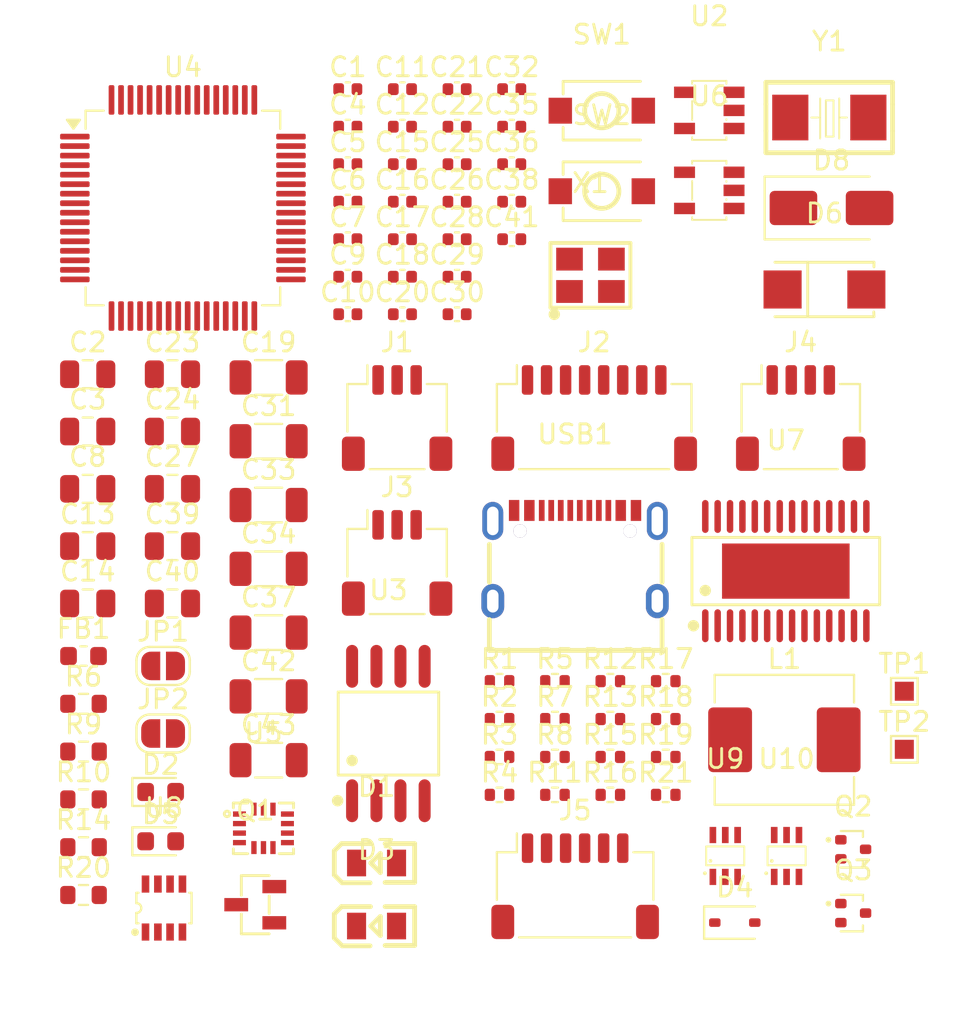
<source format=kicad_pcb>
(kicad_pcb (version 20241229) (generator "pcbnew") (generator_version "9.0")
  (layers (0 "F.Cu" signal) (2 "B.Cu" signal) (13 "F.Paste" user) (15 "B.Paste" user) (5 "F.SilkS" user "F.Silkscreen") (7 "B.SilkS" user "B.Silkscreen") (1 "F.Mask" user) (3 "B.Mask" user) (25 "Edge.Cuts" user))
  (net 0 "")
  (net 1 "Net-(U4-VBAT)")
  (net 2 "VDD")
  (net 3 "Net-(U4-VCAP_2)")
  (net 4 "GND")
  (net 5 "Net-(U4-VCAP_1)")
  (net 6 "Net-(U4-VDDA)")
  (net 7 "Net-(U4-PH1)")
  (net 8 "Net-(U4-PH0)")
  (net 9 "Net-(U4-NRST)")
  (net 10 "+5V")
  (net 11 "Net-(U8-VCC)")
  (net 12 "Net-(U8-SW)")
  (net 13 "Net-(C18-Pad2)")
  (net 14 "LIPO_5V")
  (net 15 "Net-(D6-K)")
  (net 16 "BAT_VOLTAGE")
  (net 17 "BAT_CURR")
  (net 18 "VACC")
  (net 19 "CAM_VID_OUT")
  (net 20 "Net-(U7-VIN)")
  (net 21 "Net-(C33-Pad2)")
  (net 22 "Net-(U7-VOUT)")
  (net 23 "Net-(U7-SAG)")
  (net 24 "Net-(U7-XFB)")
  (net 25 "Net-(U7-CLKIN)")
  (net 26 "USB_5V")
  (net 27 "Net-(D1-A)")
  (net 28 "Net-(D2-A)")
  (net 29 "Net-(D2-K)")
  (net 30 "Net-(D3-A)")
  (net 31 "Net-(D4-A)")
  (net 32 "Net-(D5-K)")
  (net 33 "Net-(D5-A)")
  (net 34 "BAT_POWER")
  (net 35 "VTX_5V")
  (net 36 "VTX_12V")
  (net 37 "MOTOR_4")
  (net 38 "MOTOR_3")
  (net 39 "MOTOR_1")
  (net 40 "MOTOR_2")
  (net 41 "TELEMETRY")
  (net 42 "OSD_VID_OUT")
  (net 43 "Net-(J4-Pin_4)")
  (net 44 "VTX_TX")
  (net 45 "DJI_RX")
  (net 47 "DJI_TX")
  (net 48 "PB13")
  (net 49 "Net-(Q2-B)")
  (net 50 "Net-(Q3-B)")
  (net 51 "Net-(U4-BOOT0)")
  (net 52 "Net-(U8-BST)")
  (net 53 "Net-(R6-Pad1)")
  (net 54 "Net-(U8-FB)")
  (net 55 "Net-(U7-~{RESET})")
  (net 56 "Net-(USB1-CC1)")
  (net 57 "Net-(USB1-CC2)")
  (net 58 "Net-(U10-ST)")
  (net 59 "PB1")
  (net 60 "Net-(U8-EN{slash}SYNC)")
  (net 61 "PB0")
  (net 63 "PB15")
  (net 64 "PB14")
  (net 65 "PB12")
  (net 68 "PA6")
  (net 69 "OSD_SDIN")
  (net 71 "PA4")
  (net 75 "OSD_CS")
  (net 77 "USB_D+")
  (net 81 "PA7")
  (net 85 "OSD_SDOUT")
  (net 87 "USB_D-")
  (net 88 "PA8")
  (net 89 "RECEIVER_RX")
  (net 98 "OSD_CLK")
  (net 99 "RECEIVER_TX")
  (net 100 "PA5")
  (footprint "Capacitor_SMD:C_1206_3216Metric" (layer "F.Cu") (at 94.395 77.72)
    (property "Reference" "C31" (at 0 -1.85 0) (layer "F.SilkS"))
    (property "Value" "22uf")
    (pad "1" smd roundrect (at -1.475 0) (size 1.15 1.8) (layers "F.Cu" "F.Mask" "F.Paste") (roundrect_rratio 0.217391) (net 4 "GND"))
    (pad "2" smd roundrect (at 1.475 0) (size 1.15 1.8) (layers "F.Cu" "F.Mask" "F.Paste") (roundrect_rratio 0.217391) (net 15 "Net-(D6-K)"))
  )
  (footprint "Resistor_SMD:R_0603_1608Metric" (layer "F.Cu") (at 84.675 96.53)
    (property "Reference" "R10" (at 0 -1.43 0) (layer "F.SilkS"))
    (property "Value" "75")
    (pad "1" smd roundrect (at -0.825 0) (size 0.8 0.95) (layers "F.Cu" "F.Mask" "F.Paste") (net 4 "GND"))
    (pad "2" smd roundrect (at 0.825 0) (size 0.8 0.95) (layers "F.Cu" "F.Mask" "F.Paste") (net 20 "Net-(U7-VIN)"))
  )
  (footprint "Resistor_SMD:R_0402_1005Metric" (layer "F.Cu") (at 109.435 96.29)
    (property "Reference" "R11" (at 0 -1.17 0) (layer "F.SilkS"))
    (property "Value" "1k")
    (pad "1" smd roundrect (at -0.51 0) (size 0.54 0.64) (layers "F.Cu" "F.Mask" "F.Paste") (net 10 "+5V"))
    (pad "2" smd roundrect (at 0.51 0) (size 0.54 0.64) (layers "F.Cu" "F.Mask" "F.Paste") (net 28 "Net-(D2-A)"))
  )
  (footprint "Capacitor_SMD:C_0402_1005Metric" (layer "F.Cu") (at 101.425 61.2)
    (property "Reference" "C12" (at 0 -1.16 0) (layer "F.SilkS"))
    (property "Value" "100nf")
    (pad "1" smd roundrect (at -0.48 0) (size 0.56 0.62) (layers "F.Cu" "F.Mask" "F.Paste") (net 2 "VDD"))
    (pad "2" smd roundrect (at 0.48 0) (size 0.56 0.62) (layers "F.Cu" "F.Mask" "F.Paste") (net 1 "Net-(U4-VBAT)"))
  )
  (footprint "Capacitor_SMD:C_0402_1005Metric" (layer "F.Cu") (at 101.425 65.14)
    (property "Reference" "C16" (at 0 -1.16 0) (layer "F.SilkS"))
    (property "Value" "100nf")
    (pad "1" smd roundrect (at -0.48 0) (size 0.56 0.62) (layers "F.Cu" "F.Mask" "F.Paste") (net 4 "GND"))
    (pad "2" smd roundrect (at 0.48 0) (size 0.56 0.62) (layers "F.Cu" "F.Mask" "F.Paste") (net 10 "+5V"))
  )
  (footprint "Capacitor_SMD:C_0402_1005Metric" (layer "F.Cu") (at 101.425 71.05)
    (property "Reference" "C20" (at 0 -1.16 0) (layer "F.SilkS"))
    (property "Value" "100nf")
    (pad "1" smd roundrect (at -0.48 0) (size 0.56 0.62) (layers "F.Cu" "F.Mask" "F.Paste") (net 15 "Net-(D6-K)"))
    (pad "2" smd roundrect (at 0.48 0) (size 0.56 0.62) (layers "F.Cu" "F.Mask" "F.Paste") (net 4 "GND"))
  )
  (footprint "Capacitor_SMD:C_0805_2012Metric" (layer "F.Cu") (at 84.895 83.23)
    (property "Reference" "C13" (at 0 -1.68 0) (layer "F.SilkS"))
    (property "Value" "1uf")
    (pad "1" smd roundrect (at -0.95 0) (size 1 1.45) (layers "F.Cu" "F.Mask" "F.Paste") (net 2 "VDD"))
    (pad "2" smd roundrect (at 0.95 0) (size 1 1.45) (layers "F.Cu" "F.Mask" "F.Paste") (net 4 "GND"))
  )
  (footprint "Resistor_SMD:R_0603_1608Metric" (layer "F.Cu") (at 84.675 94.02)
    (property "Reference" "R9" (at 0 -1.43 0) (layer "F.SilkS"))
    (property "Value" "1k")
    (pad "1" smd roundrect (at -0.825 0) (size 0.8 0.95) (layers "F.Cu" "F.Mask" "F.Paste") (net 2 "VDD"))
    (pad "2" smd roundrect (at 0.825 0) (size 0.8 0.95) (layers "F.Cu" "F.Mask" "F.Paste") (net 55 "Net-(U7-~{RESET})"))
  )
  (footprint "Jumper:SolderJumper-2_P1.3mm_Open_RoundedPad1.0x1.5mm" (layer "F.Cu") (at 88.855 93.07)
    (property "Reference" "JP2" (at 0 -1.8 0) (layer "F.SilkS"))
    (property "Value" "Jumper_2_Open")
    (pad "1" smd custom (at -0.65 0) (size 1 0.5) (layers "F.Cu" "F.Mask") (net 35 "VTX_5V") (options (clearance outline) (anchor rect)) (primitives (gr_circle (center 0 0.25) (end 0.5 0.25) (width 0) (fill yes)) (gr_circle (center 0 -0.25) (end 0.5 -0.25) (width 0) (fill yes)) (gr_poly (pts (xy 0.5 0.75) (xy 0 0.75) (xy 0 -0.75) (xy 0.5 -0.75)) (width 0) (fill yes))))
    (pad "2" smd custom (at 0.65 0) (size 1 0.5) (layers "F.Cu" "F.Mask") (net 43 "Net-(J4-Pin_4)") (options (clearance outline) (anchor rect)) (primitives (gr_circle (center 0 0.25) (end 0.5 0.25) (width 0) (fill yes)) (gr_circle (center 0 -0.25) (end 0.5 -0.25) (width 0) (fill yes)) (gr_poly (pts (xy 0 0.75) (xy -0.5 0.75) (xy -0.5 -0.75) (xy 0 -0.75)) (width 0) (fill yes))))
  )
  (footprint "Capacitor_SMD:C_0805_2012Metric" (layer "F.Cu") (at 84.895 74.2)
    (property "Reference" "C2" (at 0 -1.68 0) (layer "F.SilkS"))
    (property "Value" "2.2uf")
    (pad "1" smd roundrect (at -0.95 0) (size 1 1.45) (layers "F.Cu" "F.Mask" "F.Paste") (net 4 "GND"))
    (pad "2" smd roundrect (at 0.95 0) (size 1 1.45) (layers "F.Cu" "F.Mask" "F.Paste") (net 3 "Net-(U4-VCAP_2)"))
  )
  (footprint "easyeda2kicad:SOT-23-3_L2.9-W1.3-P1.90-LS2.4-BR" (layer "F.Cu") (at 93.695 102.06)
    (property "Reference" "Q1" (at 0 -4.95 0) (layer "F.SilkS"))
    (property "Value" "AO3400A")
    (pad "1" smd rect (at 1 0.95) (size 1.25 0.7) (layers "F.Cu" "F.Mask" "F.Paste") (net 48 "PB13"))
    (pad "2" smd rect (at 1 -0.95) (size 1.25 0.7) (layers "F.Cu" "F.Mask" "F.Paste") (net 4 "GND"))
    (pad "3" smd rect (at -1 0) (size 1.25 0.7) (layers "F.Cu" "F.Mask" "F.Paste") (net 31 "Net-(D4-A)"))
  )
  (footprint "Resistor_SMD:R_0402_1005Metric" (layer "F.Cu") (at 115.255 92.31)
    (property "Reference" "R18" (at 0 -1.17 0) (layer "F.SilkS"))
    (property "Value" "1k")
    (pad "1" smd roundrect (at -0.51 0) (size 0.54 0.64) (layers "F.Cu" "F.Mask" "F.Paste") (net 10 "+5V"))
    (pad "2" smd roundrect (at 0.51 0) (size 0.54 0.64) (layers "F.Cu" "F.Mask" "F.Paste") (net 33 "Net-(D5-A)"))
  )
  (footprint "Capacitor_SMD:C_0402_1005Metric" (layer "F.Cu") (at 98.555 69.08)
    (property "Reference" "C9" (at 0 -1.16 0) (layer "F.SilkS"))
    (property "Value" "22pf")
    (pad "1" smd roundrect (at -0.48 0) (size 0.56 0.62) (layers "F.Cu" "F.Mask" "F.Paste") (net 7 "Net-(U4-PH1)"))
    (pad "2" smd roundrect (at 0.48 0) (size 0.56 0.62) (layers "F.Cu" "F.Mask" "F.Paste") (net 4 "GND"))
  )
  (footprint "Package_TO_SOT_SMD:SOT-416" (layer "F.Cu") (at 125.1 99.15)
    (property "Reference" "Q2" (at 0 -2.25 0) (layer "F.SilkS"))
    (property "Value" "NPN")
    (pad "1" smd roundrect (at -0.65 -0.5) (size 0.6 0.5) (layers "F.Cu" "F.Mask" "F.Paste") (net 29 "Net-(D2-K)"))
    (pad "2" smd roundrect (at -0.65 0.5) (size 0.6 0.5) (layers "F.Cu" "F.Mask" "F.Paste") (net 49 "Net-(Q2-B)"))
    (pad "3" smd roundrect (at 0.65 0) (size 0.6 0.5) (layers "F.Cu" "F.Mask" "F.Paste") (net 4 "GND"))
  )
  (footprint "Inductor_SMD:L_KOHERelec_MDA7030" (layer "F.Cu") (at 121.485 93.4)
    (property "Reference" "L1" (at 0 -4.25 0) (layer "F.SilkS"))
    (property "Value" "1OuH")
    (pad "1" smd roundrect (at -2.85 0) (size 2.3 3.4) (layers "F.Cu" "F.Mask" "F.Paste") (roundrect_rratio 0.108696) (net 12 "Net-(U8-SW)"))
    (pad "2" smd roundrect (at 2.85 0) (size 2.3 3.4) (layers "F.Cu" "F.Mask" "F.Paste") (roundrect_rratio 0.108696) (net 14 "LIPO_5V"))
  )
  (footprint "Capacitor_SMD:C_0805_2012Metric" (layer "F.Cu") (at 84.895 80.22)
    (property "Reference" "C8" (at 0 -1.68 0) (layer "F.SilkS"))
    (property "Value" "1uf")
    (pad "1" smd roundrect (at -0.95 0) (size 1 1.45) (layers "F.Cu" "F.Mask" "F.Paste") (net 6 "Net-(U4-VDDA)"))
    (pad "2" smd roundrect (at 0.95 0) (size 1 1.45) (layers "F.Cu" "F.Mask" "F.Paste") (net 4 "GND"))
  )
  (footprint "easyeda2kicad:TSSOP-28_L9.7-W4.4-P0.65-LS6.4-BL-EP-2" (layer "F.Cu") (at 121.56 84.54)
    (property "Reference" "U7" (at 0 -6.87 0) (layer "F.SilkS"))
    (property "Value" "AT7456E")
    (pad "1" smd oval (at -4.23 2.87) (size 0.34 1.73) (layers "F.Cu" "F.Mask" "F.Paste"))
    (pad "2" smd oval (at -3.58 2.87) (size 0.34 1.73) (layers "F.Cu" "F.Mask" "F.Paste"))
    (pad "3" smd oval (at -2.93 2.87) (size 0.34 1.73) (layers "F.Cu" "F.Mask" "F.Paste") (net 2 "VDD"))
    (pad "4" smd oval (at -2.28 2.87) (size 0.34 1.73) (layers "F.Cu" "F.Mask" "F.Paste") (net 4 "GND"))
    (pad "5" smd oval (at -1.63 2.87) (size 0.34 1.73) (layers "F.Cu" "F.Mask" "F.Paste") (net 25 "Net-(U7-CLKIN)"))
    (pad "6" smd oval (at -0.98 2.87) (size 0.34 1.73) (layers "F.Cu" "F.Mask" "F.Paste") (net 24 "Net-(U7-XFB)"))
    (pad "7" smd oval (at -0.32 2.87) (size 0.34 1.73) (layers "F.Cu" "F.Mask" "F.Paste"))
    (pad "8" smd oval (at 0.33 2.87) (size 0.34 1.73) (layers "F.Cu" "F.Mask" "F.Paste") (net 75 "OSD_CS"))
    (pad "9" smd oval (at 0.98 2.87) (size 0.34 1.73) (layers "F.Cu" "F.Mask" "F.Paste") (net 69 "OSD_SDIN"))
    (pad "10" smd oval (at 1.63 2.87) (size 0.34 1.73) (layers "F.Cu" "F.Mask" "F.Paste") (net 98 "OSD_CLK"))
    (pad "11" smd oval (at 2.28 2.87) (size 0.34 1.73) (layers "F.Cu" "F.Mask" "F.Paste") (net 85 "OSD_SDOUT"))
    (pad "12" smd oval (at 2.93 2.87) (size 0.34 1.73) (layers "F.Cu" "F.Mask" "F.Paste"))
    (pad "13" smd oval (at 3.58 2.87) (size 0.34 1.73) (layers "F.Cu" "F.Mask" "F.Paste"))
    (pad "14" smd oval (at 4.23 2.87) (size 0.34 1.73) (layers "F.Cu" "F.Mask" "F.Paste"))
    (pad "15" smd oval (at 4.23 -2.87) (size 0.34 1.73) (layers "F.Cu" "F.Mask" "F.Paste"))
    (pad "16" smd oval (at 3.58 -2.87) (size 0.34 1.73) (layers "F.Cu" "F.Mask" "F.Paste"))
    (pad "17" smd oval (at 2.93 -2.87) (size 0.34 1.73) (layers "F.Cu" "F.Mask" "F.Paste"))
    (pad "18" smd oval (at 2.28 -2.87) (size 0.34 1.73) (layers "F.Cu" "F.Mask" "F.Paste"))
    (pad "19" smd oval (at 1.63 -2.87) (size 0.34 1.73) (layers "F.Cu" "F.Mask" "F.Paste") (net 55 "Net-(U7-~{RESET})"))
    (pad "20" smd oval (at 0.98 -2.87) (size 0.34 1.73) (layers "F.Cu" "F.Mask" "F.Paste") (net 4 "GND"))
    (pad "21" smd oval (at 0.33 -2.87) (size 0.34 1.73) (layers "F.Cu" "F.Mask" "F.Paste") (net 2 "VDD"))
    (pad "22" smd oval (at -0.32 -2.87) (size 0.34 1.73) (layers "F.Cu" "F.Mask" "F.Paste") (net 20 "Net-(U7-VIN)"))
    (pad "23" smd oval (at -0.98 -2.87) (size 0.34 1.73) (layers "F.Cu" "F.Mask" "F.Paste") (net 4 "GND"))
    (pad "24" smd oval (at -1.63 -2.87) (size 0.34 1.73) (layers "F.Cu" "F.Mask" "F.Paste") (net 2 "VDD"))
    (pad "25" smd oval (at -2.28 -2.87) (size 0.34 1.73) (layers "F.Cu" "F.Mask" "F.Paste") (net 23 "Net-(U7-SAG)"))
    (pad "26" smd oval (at -2.93 -2.87) (size 0.34 1.73) (layers "F.Cu" "F.Mask" "F.Paste") (net 22 "Net-(U7-VOUT)"))
    (pad "27" smd oval (at -3.58 -2.87) (size 0.34 1.73) (layers "F.Cu" "F.Mask" "F.Paste"))
    (pad "28" smd oval (at -4.23 -2.87) (size 0.34 1.73) (layers "F.Cu" "F.Mask" "F.Paste"))
    (pad "29" smd rect (at 0 0) (size 6.7 2.9) (layers "F.Cu" "F.Mask" "F.Paste") (net 4 "GND"))
  )
  (footprint "Capacitor_SMD:C_0402_1005Metric" (layer "F.Cu") (at 98.555 61.2)
    (property "Reference" "C4" (at 0 -1.16 0) (layer "F.SilkS"))
    (property "Value" "100nf")
    (pad "1" smd roundrect (at -0.48 0) (size 0.56 0.62) (layers "F.Cu" "F.Mask" "F.Paste") (net 2 "VDD"))
    (pad "2" smd roundrect (at 0.48 0) (size 0.56 0.62) (layers "F.Cu" "F.Mask" "F.Paste") (net 1 "Net-(U4-VBAT)"))
  )
  (footprint "Diode_SMD:D_SOD-323" (layer "F.Cu") (at 118.88 103)
    (property "Reference" "D4" (at 0 -1.85 0) (layer "F.SilkS"))
    (property "Value" "D_Schottky")
    (pad "1" smd roundrect (at -1.05 0) (size 0.6 0.45) (layers "F.Cu" "F.Mask" "F.Paste") (net 10 "+5V"))
    (pad "2" smd roundrect (at 1.05 0) (size 0.6 0.45) (layers "F.Cu" "F.Mask" "F.Paste") (net 31 "Net-(D4-A)"))
  )
  (footprint "Resistor_SMD:R_0603_1608Metric" (layer "F.Cu") (at 84.675 99.04)
    (property "Reference" "R14" (at 0 -1.43 0) (layer "F.SilkS"))
    (property "Value" "75")
    (pad "1" smd roundrect (at -0.825 0) (size 0.8 0.95) (layers "F.Cu" "F.Mask" "F.Paste") (net 42 "OSD_VID_OUT"))
    (pad "2" smd roundrect (at 0.825 0) (size 0.8 0.95) (layers "F.Cu" "F.Mask" "F.Paste") (net 21 "Net-(C33-Pad2)"))
  )
  (footprint "Resistor_SMD:R_0402_1005Metric" (layer "F.Cu") (at 115.255 96.29)
    (property "Reference" "R21" (at 0 -1.17 0) (layer "F.SilkS"))
    (property "Value" "1k")
    (pad "1" smd roundrect (at -0.51 0) (size 0.54 0.64) (layers "F.Cu" "F.Mask" "F.Paste") (net 27 "Net-(D1-A)"))
    (pad "2" smd roundrect (at 0.51 0) (size 0.54 0.64) (layers "F.Cu" "F.Mask" "F.Paste") (net 61 "PB0"))
  )
  (footprint "Connector_JST:JST_SH_SM04B-SRSS-TB_1x04-1MP_P1.00mm_Horizontal" (layer "F.Cu") (at 122.345 76.5)
    (property "Reference" "J4" (at 0 -3.98 0) (layer "F.SilkS"))
    (property "Value" "Conn_01x04")
    (pad "1" smd roundrect (at -1.5 -2) (size 0.6 1.55) (layers "F.Cu" "F.Mask" "F.Paste") (net 42 "OSD_VID_OUT"))
    (pad "2" smd roundrect (at -0.5 -2) (size 0.6 1.55) (layers "F.Cu" "F.Mask" "F.Paste") (net 44 "VTX_TX"))
    (pad "3" smd roundrect (at 0.5 -2) (size 0.6 1.55) (layers "F.Cu" "F.Mask" "F.Paste") (net 4 "GND"))
    (pad "4" smd roundrect (at 1.5 -2) (size 0.6 1.55) (layers "F.Cu" "F.Mask" "F.Paste") (net 43 "Net-(J4-Pin_4)"))
    (pad "MP" smd roundrect (at -2.8 1.875) (size 1.2 1.8) (layers "F.Cu" "F.Mask" "F.Paste") (roundrect_rratio 0.208333))
    (pad "MP" smd roundrect (at 2.8 1.875) (size 1.2 1.8) (layers "F.Cu" "F.Mask" "F.Paste") (roundrect_rratio 0.208333))
  )
  (footprint "Capacitor_SMD:C_1206_3216Metric" (layer "F.Cu") (at 94.395 87.77)
    (property "Reference" "C37" (at 0 -1.85 0) (layer "F.SilkS"))
    (property "Value" "22uf")
    (pad "1" smd roundrect (at -1.475 0) (size 1.15 1.8) (layers "F.Cu" "F.Mask" "F.Paste") (roundrect_rratio 0.217391) (net 4 "GND"))
    (pad "2" smd roundrect (at 1.475 0) (size 1.15 1.8) (layers "F.Cu" "F.Mask" "F.Paste") (roundrect_rratio 0.217391) (net 14 "LIPO_5V"))
  )
  (footprint "Capacitor_SMD:C_0402_1005Metric" (layer "F.Cu") (at 98.555 63.17)
    (property "Reference" "C5" (at 0 -1.16 0) (layer "F.SilkS"))
    (property "Value" "100nf")
    (pad "1" smd roundrect (at -0.48 0) (size 0.56 0.62) (layers "F.Cu" "F.Mask" "F.Paste") (net 2 "VDD"))
    (pad "2" smd roundrect (at 0.48 0) (size 0.56 0.62) (layers "F.Cu" "F.Mask" "F.Paste") (net 1 "Net-(U4-VBAT)"))
  )
  (footprint "easyeda2kicad:CRYSTAL-SMD_L5.0-W3.2" (layer "F.Cu") (at 123.845 60.72)
    (property "Reference" "Y1" (at 0 -4 0) (layer "F.SilkS"))
    (property "Value" "C115962")
    (pad "1" smd rect (at -2.05 0) (size 1.9 2.4) (layers "F.Cu" "F.Mask" "F.Paste") (net 8 "Net-(U4-PH0)"))
    (pad "2" smd rect (at 2.05 0) (size 1.9 2.4) (layers "F.Cu" "F.Mask" "F.Paste") (net 7 "Net-(U4-PH1)"))
  )
  (footprint "LED_SMD:LED_0603_1608Metric" (layer "F.Cu") (at 88.725 96.14)
    (property "Reference" "D2" (at 0 -1.43 0) (layer "F.SilkS"))
    (property "Value" "LED")
    (pad "1" smd roundrect (at -0.7875 0) (size 0.875 0.95) (layers "F.Cu" "F.Mask" "F.Paste") (net 29 "Net-(D2-K)"))
    (pad "2" smd roundrect (at 0.7875 0) (size 0.875 0.95) (layers "F.Cu" "F.Mask" "F.Paste") (net 28 "Net-(D2-A)"))
  )
  (footprint "Resistor_SMD:R_0402_1005Metric" (layer "F.Cu") (at 109.435 92.31)
    (property "Reference" "R7" (at 0 -1.17 0) (layer "F.SilkS"))
    (property "Value" "51k")
    (pad "1" smd roundrect (at -0.51 0) (size 0.54 0.64) (layers "F.Cu" "F.Mask" "F.Paste") (net 54 "Net-(U8-FB)"))
    (pad "2" smd roundrect (at 0.51 0) (size 0.54 0.64) (layers "F.Cu" "F.Mask" "F.Paste") (net 53 "Net-(R6-Pad1)"))
  )
  (footprint "Capacitor_SMD:C_0402_1005Metric" (layer "F.Cu") (at 107.165 61.2)
    (property "Reference" "C35" (at 0 -1.16 0) (layer "F.SilkS"))
    (property "Value" "33pf")
    (pad "1" smd roundrect (at -0.48 0) (size 0.56 0.62) (layers "F.Cu" "F.Mask" "F.Paste") (net 24 "Net-(U7-XFB)"))
    (pad "2" smd roundrect (at 0.48 0) (size 0.56 0.62) (layers "F.Cu" "F.Mask" "F.Paste") (net 4 "GND"))
  )
  (footprint "Capacitor_SMD:C_0402_1005Metric" (layer "F.Cu") (at 101.425 63.17)
    (property "Reference" "C15" (at 0 -1.16 0) (layer "F.SilkS"))
    (property "Value" "100nf")
    (pad "1" smd roundrect (at -0.48 0) (size 0.56 0.62) (layers "F.Cu" "F.Mask" "F.Paste") (net 4 "GND"))
    (pad "2" smd roundrect (at 0.48 0) (size 0.56 0.62) (layers "F.Cu" "F.Mask" "F.Paste") (net 2 "VDD"))
  )
  (footprint "Connector_JST:JST_SH_SM06B-SRSS-TB_1x06-1MP_P1.00mm_Horizontal" (layer "F.Cu") (at 110.495 101.09)
    (property "Reference" "J5" (at 0 -3.98 0) (layer "F.SilkS"))
    (property "Value" "Conn_01x06")
    (pad "1" smd roundrect (at -2.5 -2) (size 0.6 1.55) (layers "F.Cu" "F.Mask" "F.Paste") (net 36 "VTX_12V"))
    (pad "2" smd roundrect (at -1.5 -2) (size 0.6 1.55) (layers "F.Cu" "F.Mask" "F.Paste") (net 4 "GND"))
    (pad "3" smd roundrect (at -0.5 -2) (size 0.6 1.55) (layers "F.Cu" "F.Mask" "F.Paste") (net 45 "DJI_RX"))
    (pad "4" smd roundrect (at 0.5 -2) (size 0.6 1.55) (layers "F.Cu" "F.Mask" "F.Paste") (net 47 "DJI_TX"))
    (pad "5" smd roundrect (at 1.5 -2) (size 0.6 1.55) (layers "F.Cu" "F.Mask" "F.Paste") (net 4 "GND"))
    (pad "6" smd roundrect (at 2.5 -2) (size 0.6 1.55) (layers "F.Cu" "F.Mask" "F.Paste"))
    (pad "MP" smd roundrect (at -3.8 1.875) (size 1.2 1.8) (layers "F.Cu" "F.Mask" "F.Paste") (roundrect_rratio 0.208333))
    (pad "MP" smd roundrect (at 3.8 1.875) (size 1.2 1.8) (layers "F.Cu" "F.Mask" "F.Paste") (roundrect_rratio 0.208333))
  )
  (footprint "Resistor_SMD:R_0402_1005Metric" (layer "F.Cu") (at 112.345 92.31)
    (property "Reference" "R13" (at 0 -1.17 0) (layer "F.SilkS"))
    (property "Value" "10k")
    (pad "1" smd roundrect (at -0.51 0) (size 0.54 0.64) (layers "F.Cu" "F.Mask" "F.Paste") (net 4 "GND"))
    (pad "2" smd roundrect (at 0.51 0) (size 0.54 0.64) (layers "F.Cu" "F.Mask" "F.Paste") (net 16 "BAT_VOLTAGE"))
  )
  (footprint "Capacitor_SMD:C_0402_1005Metric" (layer "F.Cu") (at 104.295 59.23)
    (property "Reference" "C21" (at 0 -1.16 0) (layer "F.SilkS"))
    (property "Value" "100nf")
    (pad "1" smd roundrect (at -0.48 0) (size 0.56 0.62) (layers "F.Cu" "F.Mask" "F.Paste") (net 16 "BAT_VOLTAGE"))
    (pad "2" smd roundrect (at 0.48 0) (size 0.56 0.62) (layers "F.Cu" "F.Mask" "F.Paste") (net 4 "GND"))
  )
  (footprint "Capacitor_SMD:C_0402_1005Metric" (layer "F.Cu") (at 98.555 59.23)
    (property "Reference" "C1" (at 0 -1.16 0) (layer "F.SilkS"))
    (property "Value" "100nf")
    (pad "1" smd roundrect (at -0.48 0) (size 0.56 0.62) (layers "F.Cu" "F.Mask" "F.Paste") (net 2 "VDD"))
    (pad "2" smd roundrect (at 0.48 0) (size 0.56 0.62) (layers "F.Cu" "F.Mask" "F.Paste") (net 1 "Net-(U4-VBAT)"))
  )
  (footprint "easyeda2kicad:SOT-23-5_L3.0-W1.7-P0.95-LS2.8-BR" (layer "F.Cu") (at 117.54 60.345)
    (property "Reference" "U2" (at 0 -4.95 0) (layer "F.SilkS"))
    (property "Value" "TLV75533PDBVR")
    (pad "1" smd rect (at 1.3 0.95) (size 1.1 0.6) (layers "F.Cu" "F.Mask" "F.Paste") (net 10 "+5V"))
    (pad "2" smd rect (at 1.3 0) (size 1.1 0.6) (layers "F.Cu" "F.Mask" "F.Paste") (net 4 "GND"))
    (pad "3" smd rect (at 1.3 -0.95) (size 1.1 0.6) (layers "F.Cu" "F.Mask" "F.Paste") (net 10 "+5V"))
    (pad "4" smd rect (at -1.3 -0.95) (size 1.1 0.6) (layers "F.Cu" "F.Mask" "F.Paste"))
    (pad "5" smd rect (at -1.3 0.95) (size 1.1 0.6) (layers "F.Cu" "F.Mask" "F.Paste") (net 2 "VDD"))
  )
  (footprint "Connector_JST:JST_SH_SM03B-SRSS-TB_1x03-1MP_P1.00mm_Horizontal" (layer "F.Cu") (at 101.145 76.5)
    (property "Reference" "J1" (at 0 -3.98 0) (layer "F.SilkS"))
    (property "Value" "Conn_01x03")
    (pad "1" smd roundrect (at -1 -2) (size 0.6 1.55) (layers "F.Cu" "F.Mask" "F.Paste") (net 35 "VTX_5V"))
    (pad "2" smd roundrect (at 0 -2) (size 0.6 1.55) (layers "F.Cu" "F.Mask" "F.Paste") (net 4 "GND"))
    (pad "3" smd roundrect (at 1 -2) (size 0.6 1.55) (layers "F.Cu" "F.Mask" "F.Paste") (net 36 "VTX_12V"))
    (pad "MP" smd roundrect (at -2.3 1.875) (size 1.2 1.8) (layers "F.Cu" "F.Mask" "F.Paste") (roundrect_rratio 0.208333))
    (pad "MP" smd roundrect (at 2.3 1.875) (size 1.2 1.8) (layers "F.Cu" "F.Mask" "F.Paste") (roundrect_rratio 0.208333))
  )
  (footprint "Capacitor_SMD:C_0402_1005Metric" (layer "F.Cu") (at 98.555 65.14)
    (property "Reference" "C6" (at 0 -1.16 0) (layer "F.SilkS"))
    (property "Value" "100nf")
    (pad "1" smd roundrect (at -0.48 0) (size 0.56 0.62) (layers "F.Cu" "F.Mask" "F.Paste") (net 2 "VDD"))
    (pad "2" smd roundrect (at 0.48 0) (size 0.56 0.62) (layers "F.Cu" "F.Mask" "F.Paste") (net 1 "Net-(U4-VBAT)"))
  )
  (footprint "Resistor_SMD:R_0402_1005Metric" (layer "F.Cu") (at 109.435 90.32)
    (property "Reference" "R5" (at 0 -1.17 0) (layer "F.SilkS"))
    (property "Value" "20")
    (pad "1" smd roundrect (at -0.51 0) (size 0.54 0.64) (layers "F.Cu" "F.Mask" "F.Paste") (net 52 "Net-(U8-BST)"))
    (pad "2" smd roundrect (at 0.51 0) (size 0.54 0.64) (layers "F.Cu" "F.Mask" "F.Paste") (net 13 "Net-(C18-Pad2)"))
  )
  (footprint "Capacitor_SMD:C_0402_1005Metric" (layer "F.Cu") (at 101.425 59.23)
    (property "Reference" "C11" (at 0 -1.16 0) (layer "F.SilkS"))
    (property "Value" "100nf")
    (pad "1" smd roundrect (at -0.48 0) (size 0.56 0.62) (layers "F.Cu" "F.Mask" "F.Paste") (net 9 "Net-(U4-NRST)"))
    (pad "2" smd roundrect (at 0.48 0) (size 0.56 0.62) (layers "F.Cu" "F.Mask" "F.Paste") (net 4 "GND"))
  )
  (footprint "Capacitor_SMD:C_1206_3216Metric" (layer "F.Cu") (at 94.395 84.42)
    (property "Reference" "C34" (at 0 -1.85 0) (layer "F.SilkS"))
    (property "Value" "22uf")
    (pad "1" smd roundrect (at -1.475 0) (size 1.15 1.8) (layers "F.Cu" "F.Mask" "F.Paste") (roundrect_rratio 0.217391) (net 23 "Net-(U7-SAG)"))
    (pad "2" smd roundrect (at 1.475 0) (size 1.15 1.8) (layers "F.Cu" "F.Mask" "F.Paste") (roundrect_rratio 0.217391) (net 21 "Net-(C33-Pad2)"))
  )
  (footprint "Resistor_SMD:R_0402_1005Metric" (layer "F.Cu") (at 112.345 90.32)
    (property "Reference" "R12" (at 0 -1.17 0) (layer "F.SilkS"))
    (property "Value" "100k")
    (pad "1" smd roundrect (at -0.51 0) (size 0.54 0.64) (layers "F.Cu" "F.Mask" "F.Paste") (net 16 "BAT_VOLTAGE"))
    (pad "2" smd roundrect (at 0.51 0) (size 0.54 0.64) (layers "F.Cu" "F.Mask" "F.Paste") (net 34 "BAT_POWER"))
  )
  (footprint "Capacitor_SMD:C_0402_1005Metric" (layer "F.Cu") (at 107.165 59.23)
    (property "Reference" "C32" (at 0 -1.16 0) (layer "F.SilkS"))
    (property "Value" "100nf")
    (pad "1" smd roundrect (at -0.48 0) (size 0.56 0.62) (layers "F.Cu" "F.Mask" "F.Paste") (net 19 "CAM_VID_OUT"))
    (pad "2" smd roundrect (at 0.48 0) (size 0.56 0.62) (layers "F.Cu" "F.Mask" "F.Paste") (net 20 "Net-(U7-VIN)"))
  )
  (footprint "Capacitor_SMD:C_1206_3216Metric" (layer "F.Cu") (at 94.395 91.12)
    (property "Reference" "C42" (at 0 -1.85 0) (layer "F.SilkS"))
    (property "Value" "22uf")
    (pad "1" smd roundrect (at -1.475 0) (size 1.15 1.8) (layers "F.Cu" "F.Mask" "F.Paste") (roundrect_rratio 0.217391) (net 4 "GND"))
    (pad "2" smd roundrect (at 1.475 0) (size 1.15 1.8) (layers "F.Cu" "F.Mask" "F.Paste") (roundrect_rratio 0.217391) (net 15 "Net-(D6-K)"))
  )
  (footprint "Capacitor_SMD:C_0402_1005Metric" (layer "F.Cu") (at 101.425 69.08)
    (property "Reference" "C18" (at 0 -1.16 0) (layer "F.SilkS"))
    (property "Value" "100nf")
    (pad "1" smd roundrect (at -0.48 0) (size 0.56 0.62) (layers "F.Cu" "F.Mask" "F.Paste") (net 12 "Net-(U8-SW)"))
    (pad "2" smd roundrect (at 0.48 0) (size 0.56 0.62) (layers "F.Cu" "F.Mask" "F.Paste") (net 13 "Net-(C18-Pad2)"))
  )
  (footprint "easyeda2kicad:SOT-23-5_L3.0-W1.7-P0.95-LS2.8-BR" (layer "F.Cu") (at 117.54 64.545)
    (property "Reference" "U6" (at 0 -4.95 0) (layer "F.SilkS"))
    (property "Value" "LP5907MFX-3.3/NOPB")
    (pad "1" smd rect (at 1.3 0.95) (size 1.1 0.6) (layers "F.Cu" "F.Mask" "F.Paste") (net 10 "+5V"))
    (pad "2" smd rect (at 1.3 0) (size 1.1 0.6) (layers "F.Cu" "F.Mask" "F.Paste") (net 4 "GND"))
    (pad "3" smd rect (at 1.3 -0.95) (size 1.1 0.6) (layers "F.Cu" "F.Mask" "F.Paste") (net 10 "+5V"))
    (pad "4" smd rect (at -1.3 -0.95) (size 1.1 0.6) (layers "F.Cu" "F.Mask" "F.Paste"))
    (pad "5" smd rect (at -1.3 0.95) (size 1.1 0.6) (layers "F.Cu" "F.Mask" "F.Paste") (net 18 "VACC"))
  )
  (footprint "Capacitor_SMD:C_1206_3216Metric" (layer "F.Cu") (at 94.395 94.47)
    (property "Reference" "C43" (at 0 -1.85 0) (layer "F.SilkS"))
    (property "Value" "22uf")
    (pad "1" smd roundrect (at -1.475 0) (size 1.15 1.8) (layers "F.Cu" "F.Mask" "F.Paste") (roundrect_rratio 0.217391) (net 4 "GND"))
    (pad "2" smd roundrect (at 1.475 0) (size 1.15 1.8) (layers "F.Cu" "F.Mask" "F.Paste") (roundrect_rratio 0.217391) (net 15 "Net-(D6-K)"))
  )
  (footprint "LED_SMD:LED_0603_1608Metric" (layer "F.Cu") (at 88.725 98.73)
    (property "Reference" "D5" (at 0 -1.43 0) (layer "F.SilkS"))
    (property "Value" "LED")
    (pad "1" smd roundrect (at -0.7875 0) (size 0.875 0.95) (layers "F.Cu" "F.Mask" "F.Paste") (net 32 "Net-(D5-K)"))
    (pad "2" smd roundrect (at 0.7875 0) (size 0.875 0.95) (layers "F.Cu" "F.Mask" "F.Paste") (net 33 "Net-(D5-A)"))
  )
  (footprint "Resistor_SMD:R_0402_1005Metric" (layer "F.Cu") (at 106.525 90.32)
    (property "Reference" "R1" (at 0 -1.17 0) (layer "F.SilkS"))
    (property "Value" "10k")
    (pad "1" smd roundrect (at -0.51 0) (size 0.54 0.64) (layers "F.Cu" "F.Mask" "F.Paste") (net 4 "GND"))
    (pad "2" smd roundrect (at 0.51 0) (size 0.54 0.64) (layers "F.Cu" "F.Mask" "F.Paste") (net 51 "Net-(U4-BOOT0)"))
  )
  (footprint "Capacitor_SMD:C_0805_2012Metric" (layer "F.Cu") (at 89.345 83.23)
    (property "Reference" "C39" (at 0 -1.68 0) (layer "F.SilkS"))
    (property "Value" "1uf")
    (pad "1" smd roundrect (at -0.95 0) (size 1 1.45) (layers "F.Cu" "F.Mask" "F.Paste") (net 4 "GND"))
    (pad "2" smd roundrect (at 0.95 0) (size 1 1.45) (layers "F.Cu" "F.Mask" "F.Paste") (net 26 "USB_5V"))
  )
  (footprint "Capacitor_SMD:C_0805_2012Metric" (layer "F.Cu") (at 84.895 77.21)
    (property "Reference" "C3" (at 0 -1.68 0) (layer "F.SilkS"))
    (property "Value" "2.2uf")
    (pad "1" smd roundrect (at -0.95 0) (size 1 1.45) (layers "F.Cu" "F.Mask" "F.Paste") (net 4 "GND"))
    (pad "2" smd roundrect (at 0.95 0) (size 1 1.45) (layers "F.Cu" "F.Mask" "F.Paste") (net 5 "Net-(U4-VCAP_1)"))
  )
  (footprint "easyeda2kicad:TSOT-23-8_L2.9-W1.6-P0.65-LS2.8-BL" (layer "F.Cu") (at 88.9 102.235)
    (property "Reference" "U8" (at 0 -5.26 0) (layer "F.SilkS"))
    (property "Value" "MP4420HGJ-Z")
    (pad "1" smd rect (at -0.97 1.26) (size 0.4 0.9) (layers "F.Cu" "F.Mask" "F.Paste"))
    (pad "2" smd rect (at -0.32 1.26) (size 0.4 0.9) (layers "F.Cu" "F.Mask" "F.Paste") (net 15 "Net-(D6-K)"))
    (pad "3" smd rect (at 0.32 1.26) (size 0.4 0.9) (layers "F.Cu" "F.Mask" "F.Paste") (net 12 "Net-(U8-SW)"))
    (pad "4" smd rect (at 0.97 1.26) (size 0.4 0.9) (layers "F.Cu" "F.Mask" "F.Paste") (net 4 "GND"))
    (pad "5" smd rect (at 0.97 -1.26) (size 0.4 0.9) (layers "F.Cu" "F.Mask" "F.Paste") (net 52 "Net-(U8-BST)"))
    (pad "6" smd rect (at 0.32 -1.26) (size 0.4 0.9) (layers "F.Cu" "F.Mask" "F.Paste") (net 60 "Net-(U8-EN{slash}SYNC)"))
    (pad "7" smd rect (at -0.32 -1.26) (size 0.4 0.9) (layers "F.Cu" "F.Mask" "F.Paste") (net 11 "Net-(U8-VCC)"))
    (pad "8" smd rect (at -0.97 -1.26) (size 0.4 0.9) (layers "F.Cu" "F.Mask" "F.Paste") (net 54 "Net-(U8-FB)"))
  )
  (footprint "Resistor_SMD:R_0603_1608Metric" (layer "F.Cu") (at 84.675 91.51)
    (property "Reference" "R6" (at 0 -1.43 0) (layer "F.SilkS"))
    (property "Value" "7.68k")
    (pad "1" smd roundrect (at -0.825 0) (size 0.8 0.95) (layers "F.Cu" "F.Mask" "F.Paste") (net 53 "Net-(R6-Pad1)"))
    (pad "2" smd roundrect (at 0.825 0) (size 0.8 0.95) (layers "F.Cu" "F.Mask" "F.Paste") (net 4 "GND"))
  )
  (footprint "Resistor_SMD:R_0402_1005Metric" (layer "F.Cu") (at 106.525 94.3)
    (property "Reference" "R3" (at 0 -1.17 0) (layer "F.SilkS"))
    (property "Value" "10k")
    (pad "1" smd roundrect (at -0.51 0) (size 0.54 0.64) (layers "F.Cu" "F.Mask" "F.Paste") (net 10 "+5V"))
    (pad "2" smd roundrect (at 0.51 0) (size 0.54 0.64) (layers "F.Cu" "F.Mask" "F.Paste") (net 10 "+5V"))
  )
  (footprint "Capacitor_SMD:C_0402_1005Metric" (layer "F.Cu") (at 107.165 67.11)
    (property "Reference" "C41" (at 0 -1.16 0) (layer "F.SilkS"))
    (property "Value" "100nf")
    (pad "1" smd roundrect (at -0.48 0) (size 0.56 0.62) (layers "F.Cu" "F.Mask" "F.Paste") (net 10 "+5V"))
    (pad "2" smd roundrect (at 0.48 0) (size 0.56 0.62) (layers "F.Cu" "F.Mask" "F.Paste") (net 4 "GND"))
  )
  (footprint "Capacitor_SMD:C_0402_1005Metric" (layer "F.Cu") (at 107.165 63.17)
    (property "Reference" "C36" (at 0 -1.16 0) (layer "F.SilkS"))
    (property "Value" "33pf")
    (pad "1" smd roundrect (at -0.48 0) (size 0.56 0.62) (layers "F.Cu" "F.Mask" "F.Paste") (net 25 "Net-(U7-CLKIN)"))
    (pad "2" smd roundrect (at 0.48 0) (size 0.56 0.62) (layers "F.Cu" "F.Mask" "F.Paste") (net 4 "GND"))
  )
  (footprint "Capacitor_SMD:C_0805_2012Metric" (layer "F.Cu") (at 89.345 77.21)
    (property "Reference" "C24" (at 0 -1.68 0) (layer "F.SilkS"))
    (property "Value" "1uf")
    (pad "1" smd roundrect (at -0.95 0) (size 1 1.45) (layers "F.Cu" "F.Mask" "F.Paste") (net 4 "GND"))
    (pad "2" smd roundrect (at 0.95 0) (size 1 1.45) (layers "F.Cu" "F.Mask" "F.Paste") (net 18 "VACC"))
  )
  (footprint "easyeda2kicad:LED0805-R-RD" (layer "F.Cu") (at 100.065 99.87)
    (property "Reference" "D1" (at 0 -4 0) (layer "F.SilkS"))
    (property "Value" "C2297")
    (pad "1" smd rect (at 1.05 0 180) (size 1 1.4) (layers "F.Cu" "F.Mask" "F.Paste") (net 4 "GND"))
    (pad "2" smd rect (at -1.05 0 180) (size 1 1.4) (layers "F.Cu" "F.Mask" "F.Paste") (net 27 "Net-(D1-A)"))
  )
  (footprint "easyeda2kicad:SC-70-6_L2.0-W1.3-P0.65-LS2.1-BL" (layer "F.Cu") (at 118.38 99.5)
    (property "Reference" "U9" (at 0 -5.1 0) (layer "F.SilkS"))
    (property "Value" "LM66100DCKR")
    (pad "1" smd rect (at -0.65 1.1) (size 0.35 0.85) (layers "F.Cu" "F.Mask" "F.Paste") (net 26 "USB_5V"))
    (pad "2" smd rect (at 0 1.1) (size 0.35 0.85) (layers "F.Cu" "F.Mask" "F.Paste") (net 4 "GND"))
    (pad "3" smd rect (at 0.65 1.1) (size 0.35 0.85) (layers "F.Cu" "F.Mask" "F.Paste") (net 4 "GND"))
    (pad "4" smd rect (at 0.65 -1.1) (size 0.35 0.85) (layers "F.Cu" "F.Mask" "F.Paste"))
    (pad "5" smd rect (at 0 -1.1) (size 0.35 0.85) (layers "F.Cu" "F.Mask" "F.Paste") (net 10 "+5V"))
    (pad "6" smd rect (at -0.65 -1.1) (size 0.35 0.85) (layers "F.Cu" "F.Mask" "F.Paste") (net 10 "+5V"))
  )
  (footprint "Connector_JST:JST_SH_SM08B-SRSS-TB_1x08-1MP_P1.00mm_Horizontal" (layer "F.Cu") (at 111.495 76.5)
    (property "Reference" "J2" (at 0 -3.98 0) (layer "F.SilkS"))
    (property "Value" "Conn_01x08")
    (pad "1" smd roundrect (at -3.5 -2) (size 0.6 1.55) (layers "F.Cu" "F.Mask" "F.Paste") (net 34 "BAT_POWER"))
    (pad "2" smd roundrect (at -2.5 -2) (size 0.6 1.55) (layers "F.Cu" "F.Mask" "F.Paste") (net 4 "GND"))
    (pad "3" smd roundrect (at -1.5 -2) (size 0.6 1.55) (layers "F.Cu" "F.Mask" "F.Paste") (net 17 "BAT_CURR"))
    (pad "4" smd roundrect (at -0.5 -2) (size 0.6 1.55) (layers "F.Cu" "F.Mask" "F.Paste") (net 41 "TELEMETRY"))
    (pad "5" smd roundrect (at 0.5 -2) (size 0.6 1.55) (layers "F.Cu" "F.Mask" "F.Paste") (net 39 "MOTOR_1"))
    (pad "6" smd roundrect (at 1.5 -2) (size 0.6 1.55) (layers "F.Cu" "F.Mask" "F.Paste") (net 40 "MOTOR_2"))
    (pad "7" smd roundrect (at 2.5 -2) (size 0.6 1.55) (layers "F.Cu" "F.Mask" "F.Paste") (net 38 "MOTOR_3"))
    (pad "8" smd roundrect (at 3.5 -2) (size 0.6 1.55) (layers "F.Cu" "F.Mask" "F.Paste") (net 37 "MOTOR_4"))
    (pad "MP" smd roundrect (at -4.8 1.875) (size 1.2 1.8) (layers "F.Cu" "F.Mask" "F.Paste") (roundrect_rratio 0.208333))
    (pad "MP" smd roundrect (at 4.8 1.875) (size 1.2 1.8) (layers "F.Cu" "F.Mask" "F.Paste") (roundrect_rratio 0.208333))
  )
  (footprint "Capacitor_SMD:C_0805_2012Metric" (layer "F.Cu") (at 89.345 80.22)
    (property "Reference" "C27" (at 0 -1.68 0) (layer "F.SilkS"))
    (property "Value" "2.2uf")
    (pad "1" smd roundrect (at -0.95 0) (size 1 1.45) (layers "F.Cu" "F.Mask" "F.Paste") (net 18 "VACC"))
    (pad "2" smd roundrect (at 0.95 0) (size 1 1.45) (layers "F.Cu" "F.Mask" "F.Paste") (net 4 "GND"))
  )
  (footprint "easyeda2kicad:CRYSTAL-SMD_4P-L3.2-W2.5-BL_SIT8008BI" (layer "F.Cu") (at 111.3 69.005)
    (property "Reference" "X1" (at 0 -4.85 0) (layer "F.SilkS"))
    (property "Value" "XL2EL89CSI-111YLC-27M")
    (pad "1" smd rect (at -1.1 0.85) (size 1.4 1.2) (layers "F.Cu" "F.Mask" "F.Paste") (net 24 "Net-(U7-XFB)"))
    (pad "2" smd rect (at 1.1 0.85) (size 1.4 1.2) (layers "F.Cu" "F.Mask" "F.Paste") (net 4 "GND"))
    (pad "3" smd rect (at 1.1 -0.85) (size 1.4 1.2) (layers "F.Cu" "F.Mask" "F.Paste") (net 25 "Net-(U7-CLKIN)"))
    (pad "4" smd rect (at -1.1 -0.85) (size 1.4 1.2) (layers "F.Cu" "F.Mask" "F.Paste") (net 4 "GND"))
  )
  (footprint "easyeda2kicad:SW-SMD_L3.9-W3.0-P4.45" (layer "F.Cu") (at 111.895 60.36)
    (property "Reference" "SW1" (at 0 -4 0) (layer "F.SilkS"))
    (property "Value" "SW_Push")
    (pad "1" smd rect (at -2.18 0) (size 1.23 1.36) (layers "F.Cu" "F.Mask" "F.Paste") (net 2 "VDD"))
    (pad "2" smd rect (at 2.18 0) (size 1.23 1.36) (layers "F.Cu" "F.Mask" "F.Paste") (net 51 "Net-(U4-BOOT0)"))
  )
  (footprint "easyeda2kicad:LED0805-R-RD" (layer "F.Cu") (at 100.065 103.18)
    (property "Reference" "D3" (at 0 -4 0) (layer "F.SilkS"))
    (property "Value" "C2296")
    (pad "1" smd rect (at 1.05 0 180) (size 1 1.4) (layers "F.Cu" "F.Mask" "F.Paste") (net 4 "GND"))
    (pad "2" smd rect (at -1.05 0 180) (size 1 1.4) (layers "F.Cu" "F.Mask" "F.Paste") (net 30 "Net-(D3-A)"))
  )
  (footprint "Package_QFP:LQFP-64_10x10mm_P0.5mm" (layer "F.Cu") (at 89.895 65.47)
    (property "Reference" "U4" (at 0 -7.4 0) (layer "F.SilkS"))
    (property "Value" "STM32F405RGTx")
    (pad "1" smd roundrect (at -5.675 -3.75) (size 1.55 0.3) (layers "F.Cu" "F.Mask" "F.Paste") (net 1 "Net-(U4-VBAT)"))
    (pad "2" smd roundrect (at -5.675 -3.25) (size 1.55 0.3) (layers "F.Cu" "F.Mask" "F.Paste"))
    (pad "3" smd roundrect (at -5.675 -2.75) (size 1.55 0.3) (layers "F.Cu" "F.Mask" "F.Paste"))
    (pad "4" smd roundrect (at -5.675 -2.25) (size 1.55 0.3) (layers "F.Cu" "F.Mask" "F.Paste"))
    (pad "5" smd roundrect (at -5.675 -1.75) (size 1.55 0.3) (layers "F.Cu" "F.Mask" "F.Paste") (net 8 "Net-(U4-PH0)"))
    (pad "6" smd roundrect (at -5.675 -1.25) (size 1.55 0.3) (layers "F.Cu" "F.Mask" "F.Paste") (net 7 "Net-(U4-PH1)"))
    (pad "7" smd roundrect (at -5.675 -0.75) (size 1.55 0.3) (layers "F.Cu" "F.Mask" "F.Paste") (net 9 "Net-(U4-NRST)"))
    (pad "8" smd roundrect (at -5.675 -0.25) (size 1.55 0.3) (layers "F.Cu" "F.Mask" "F.Paste"))
    (pad "9" smd roundrect (at -5.675 0.25) (size 1.55 0.3) (layers "F.Cu" "F.Mask" "F.Paste"))
    (pad "10" smd roundrect (at -5.675 0.75) (size 1.55 0.3) (layers "F.Cu" "F.Mask" "F.Paste"))
    (pad "11" smd roundrect (at -5.675 1.25) (size 1.55 0.3) (layers "F.Cu" "F.Mask" "F.Paste") (net 16 "BAT_VOLTAGE"))
    (pad "12" smd roundrect (at -5.675 1.75) (size 1.55 0.3) (layers "F.Cu" "F.Mask" "F.Paste") (net 4 "GND"))
    (pad "13" smd roundrect (at -5.675 2.25) (size 1.55 0.3) (layers "F.Cu" "F.Mask" "F.Paste") (net 6 "Net-(U4-VDDA)"))
    (pad "14" smd roundrect (at -5.675 2.75) (size 1.55 0.3) (layers "F.Cu" "F.Mask" "F.Paste") (net 39 "MOTOR_1"))
    (pad "15" smd roundrect (at -5.675 3.25) (size 1.55 0.3) (layers "F.Cu" "F.Mask" "F.Paste") (net 40 "MOTOR_2"))
    (pad "16" smd roundrect (at -5.675 3.75) (size 1.55 0.3) (layers "F.Cu" "F.Mask" "F.Paste") (net 38 "MOTOR_3"))
    (pad "17" smd roundrect (at -3.75 5.675) (size 0.3 1.55) (layers "F.Cu" "F.Mask" "F.Paste") (net 37 "MOTOR_4"))
    (pad "18" smd roundrect (at -3.25 5.675) (size 0.3 1.55) (layers "F.Cu" "F.Mask" "F.Paste") (net 4 "GND"))
    (pad "19" smd roundrect (at -2.75 5.675) (size 0.3 1.55) (layers "F.Cu" "F.Mask" "F.Paste") (net 1 "Net-(U4-VBAT)"))
    (pad "20" smd roundrect (at -2.25 5.675) (size 0.3 1.55) (layers "F.Cu" "F.Mask" "F.Paste") (net 71 "PA4"))
    (pad "21" smd roundrect (at -1.75 5.675) (size 0.3 1.55) (layers "F.Cu" "F.Mask" "F.Paste") (net 100 "PA5"))
    (pad "22" smd roundrect (at -1.25 5.675) (size 0.3 1.55) (layers "F.Cu" "F.Mask" "F.Paste") (net 68 "PA6"))
    (pad "23" smd roundrect (at -0.75 5.675) (size 0.3 1.55) (layers "F.Cu" "F.Mask" "F.Paste") (net 81 "PA7"))
    (pad "24" smd roundrect (at -0.25 5.675) (size 0.3 1.55) (layers "F.Cu" "F.Mask" "F.Paste") (net 17 "BAT_CURR"))
    (pad "25" smd roundrect (at 0.25 5.675) (size 0.3 1.55) (layers "F.Cu" "F.Mask" "F.Paste"))
    (pad "26" smd roundrect (at 0.75 5.675) (size 0.3 1.55) (layers "F.Cu" "F.Mask" "F.Paste") (net 61 "PB0"))
    (pad "27" smd roundrect (at 1.25 5.675) (size 0.3 1.55) (layers "F.Cu" "F.Mask" "F.Paste") (net 59 "PB1"))
    (pad "28" smd roundrect (at 1.75 5.675) (size 0.3 1.55) (layers "F.Cu" "F.Mask" "F.Paste"))
    (pad "29" smd roundrect (at 2.25 5.675) (size 0.3 1.55) (layers "F.Cu" "F.Mask" "F.Paste") (net 44 "VTX_TX"))
    (pad "30" smd roundrect (at 2.75 5.675) (size 0.3 1.55) (layers "F.Cu" "F.Mask" "F.Paste"))
    (pad "31" smd roundrect (at 3.25 5.675) (size 0.3 1.55) (layers "F.Cu" "F.Mask" "F.Paste") (net 5 "Net-(U4-VCAP_1)"))
    (pad "32" smd roundrect (at 3.75 5.675) (size 0.3 1.55) (layers "F.Cu" "F.Mask" "F.Paste") (net 1 "Net-(U4-VBAT)"))
    (pad "33" smd roundrect (at 5.675 3.75) (size 1.55 0.3) (layers "F.Cu" "F.Mask" "F.Paste") (net 65 "PB12"))
    (pad "34" smd roundrect (at 5.675 3.25) (size 1.55 0.3) (layers "F.Cu" "F.Mask" "F.Paste") (net 48 "PB13"))
    (pad "35" smd roundrect (at 5.675 2.75) (size 1.55 0.3) (layers "F.Cu" "F.Mask" "F.Paste") (net 64 "PB14"))
    (pad "36" smd roundrect (at 5.675 2.25) (size 1.55 0.3) (layers "F.Cu" "F.Mask" "F.Paste") (net 63 "PB15"))
    (pad "37" smd roundrect (at 5.675 1.75) (size 1.55 0.3) (layers "F.Cu" "F.Mask" "F.Paste") (net 45 "DJI_RX"))
    (pad "38" smd roundrect (at 5.675 1.25) (size 1.55 0.3) (layers "F.Cu" "F.Mask" "F.Paste") (net 47 "DJI_TX"))
    (pad "39" smd roundrect (at 5.675 0.75) (size 1.55 0.3) (layers "F.Cu" "F.Mask" "F.Paste"))
    (pad "40" smd roundrect (at 5.675 0.25) (size 1.55 0.3) (layers "F.Cu" "F.Mask" "F.Paste") (net 75 "OSD_CS"))
    (pad "41" smd roundrect (at 5.675 -0.25) (size 1.55 0.3) (layers "F.Cu" "F.Mask" "F.Paste") (net 88 "PA8"))
    (pad "42" smd roundrect (at 5.675 -0.75) (size 1.55 0.3) (layers "F.Cu" "F.Mask" "F.Paste"))
    (pad "43" smd roundrect (at 5.675 -1.25) (size 1.55 0.3) (layers "F.Cu" "F.Mask" "F.Paste"))
    (pad "44" smd roundrect (at 5.675 -1.75) (size 1.55 0.3) (layers "F.Cu" "F.Mask" "F.Paste") (net 87 "USB_D-"))
    (pad "45" smd roundrect (at 5.675 -2.25) (size 1.55 0.3) (layers "F.Cu" "F.Mask" "F.Paste") (net 77 "USB_D+"))
    (pad "46" smd roundrect (at 5.675 -2.75) (size 1.55 0.3) (layers "F.Cu" "F.Mask" "F.Paste"))
    (pad "47" smd roundrect (at 5.675 -3.25) (size 1.55 0.3) (layers "F.Cu" "F.Mask" "F.Paste") (net 3 "Net-(U4-VCAP_2)"))
    (pad "48" smd roundrect (at 5.675 -3.75) (size 1.55 0.3) (layers "F.Cu" "F.Mask" "F.Paste") (net 1 "Net-(U4-VBAT)"))
    (pad "49" smd roundrect (at 3.75 -5.675) (size 0.3 1.55) (layers "F.Cu" "F.Mask" "F.Paste"))
    (pad "50" smd roundrect (at 3.25 -5.675) (size 0.3 1.55) (layers "F.Cu" "F.Mask" "F.Paste"))
    (pad "51" smd roundrect (at 2.75 -5.675) (size 0.3 1.55) (layers "F.Cu" "F.Mask" "F.Paste") (net 98 "OSD_CLK"))
    (pad "52" smd roundrect (at 2.25 -5.675) (size 0.3 1.55) (layers "F.Cu" "F.Mask" "F.Paste") (net 85 "OSD_SDOUT"))
    (pad "53" smd roundrect (at 1.75 -5.675) (size 0.3 1.55) (layers "F.Cu" "F.Mask" "F.Paste") (net 69 "OSD_SDIN"))
    (pad "54" smd roundrect (at 1.25 -5.675) (size 0.3 1.55) (layers "F.Cu" "F.Mask" "F.Paste") (net 41 "TELEMETRY"))
    (pad "55" smd roundrect (at 0.75 -5.675) (size 0.3 1.55) (layers "F.Cu" "F.Mask" "F.Paste"))
    (pad "56" smd roundrect (at 0.25 -5.675) (size 0.3 1.55) (layers "F.Cu" "F.Mask" "F.Paste"))
    (pad "57" smd roundrect (at -0.25 -5.675) (size 0.3 1.55) (layers "F.Cu" "F.Mask" "F.Paste"))
    (pad "58" smd roundrect (at -0.75 -5.675) (size 0.3 1.55) (layers "F.Cu" "F.Mask" "F.Paste") (net 89 "RECEIVER_RX"))
    (pad "59" smd roundrect (at -1.25 -5.675) (size 0.3 1.55) (layers "F.Cu" "F.Mask" "F.Paste") (net 99 "RECEIVER_TX"))
    (pad "60" smd roundrect (at -1.75 -5.675) (size 0.3 1.55) (layers "F.Cu" "F.Mask" "F.Paste") (net 51 "Net-(U4-BOOT0)"))
    (pad "61" smd roundrect (at -2.25 -5.675) (size 0.3 1.55) (layers "F.Cu" "F.Mask" "F.Paste"))
    (pad "62" smd roundrect (at -2.75 -5.675) (size 0.3 1.55) (layers "F.Cu" "F.Mask" "F.Paste"))
    (pad "63" smd roundrect (at -3.25 -5.675) (size 0.3 1.55) (layers "F.Cu" "F.Mask" "F.Paste") (net 4 "GND"))
    (pad "64" smd roundrect (at -3.75 -5.675) (size 0.3 1.55) (layers "F.Cu" "F.Mask" "F.Paste") (net 1 "Net-(U4-VBAT)"))
  )
  (footprint "Capacitor_SMD:C_0402_1005Metric" (layer "F.Cu") (at 104.295 65.14)
    (property "Reference" "C26" (at 0 -1.16 0) (layer "F.SilkS"))
    (property "Value" "100nf")
    (pad "1" smd roundrect (at -0.48 0) (size 0.56 0.62) (layers "F.Cu" "F.Mask" "F.Paste") (net 18 "VACC"))
    (pad "2" smd roundrect (at 0.48 0) (size 0.56 0.62) (layers "F.Cu" "F.Mask" "F.Paste") (net 4 "GND"))
  )
  (footprint "easyeda2kicad:LGA-14_L3.0-W2.5-P0.50-TL" (layer "F.Cu") (at 94.125 98.05)
    (property "Reference" "U5" (at 0 -5.01 0) (layer "F.SilkS"))
    (property "Value" "ICM-42688-P")
    (pad "1" smd rect (at -1.26 -0.75) (size 0.68 0.28) (layers "F.Cu" "F.Mask" "F.Paste") (net 68 "PA6"))
    (pad "2" smd rect (at -1.26 -0.25) (size 0.68 0.28) (layers "F.Cu" "F.Mask" "F.Paste") (net 4 "GND"))
    (pad "3" smd rect (at -1.26 0.25) (size 0.68 0.28) (layers "F.Cu" "F.Mask" "F.Paste") (net 4 "GND"))
    (pad "4" smd rect (at -1.26 0.75) (size 0.68 0.28) (layers "F.Cu" "F.Mask" "F.Paste"))
    (pad "5" smd rect (at -0.5 1.01) (size 0.28 0.68) (layers "F.Cu" "F.Mask" "F.Paste") (net 18 "VACC"))
    (pad "6" smd rect (at 0 1.01) (size 0.28 0.68) (layers "F.Cu" "F.Mask" "F.Paste") (net 4 "GND"))
    (pad "7" smd rect (at 0.5 1.01) (size 0.28 0.68) (layers "F.Cu" "F.Mask" "F.Paste") (net 4 "GND"))
    (pad "8" smd rect (at 1.26 0.75) (size 0.68 0.28) (layers "F.Cu" "F.Mask" "F.Paste") (net 18 "VACC"))
    (pad "9" smd rect (at 1.26 0.25) (size 0.68 0.28) (layers "F.Cu" "F.Mask" "F.Paste") (net 4 "GND"))
    (pad "10" smd rect (at 1.26 -0.25) (size 0.68 0.28) (layers "F.Cu" "F.Mask" "F.Paste") (net 4 "GND"))
    (pad "11" smd rect (at 1.26 -0.75) (size 0.68 0.28) (layers "F.Cu" "F.Mask" "F.Paste") (net 4 "GND"))
    (pad "12" smd rect (at 0.5 -1.01) (size 0.28 0.68) (layers "F.Cu" "F.Mask" "F.Paste") (net 88 "PA8"))
    (pad "13" smd rect (at 0 -1.01) (size 0.28 0.68) (layers "F.Cu" "F.Mask" "F.Paste") (net 100 "PA5"))
    (pad "14" smd rect (at -0.5 -1.01) (size 0.28 0.68) (layers "F.Cu" "F.Mask" "F.Paste") (net 81 "PA7"))
  )
  (footprint "Capacitor_SMD:C_0402_1005Metric" (layer "F.Cu") (at 104.295 69.08)
    (property "Reference" "C29" (at 0 -1.16 0) (layer "F.SilkS"))
    (property "Value" "100nf")
    (pad "1" smd roundrect (at -0.48 0) (size 0.56 0.62) (layers "F.Cu" "F.Mask" "F.Paste") (net 4 "GND"))
    (pad "2" smd roundrect (at 0.48 0) (size 0.56 0.62) (layers "F.Cu" "F.Mask" "F.Paste") (net 2 "VDD"))
  )
  (footprint "Resistor_SMD:R_0402_1005Metric" (layer "F.Cu") (at 112.345 96.29)
    (property "Reference" "R16" (at 0 -1.17 0) (layer "F.SilkS"))
    (property "Value" "5.1k")
    (pad "1" smd roundrect (at -0.51 0) (size 0.54 0.64) (layers "F.Cu" "F.Mask" "F.Paste") (net 4 "GND"))
    (pad "2" smd roundrect (at 0.51 0) (size 0.54 0.64) (layers "F.Cu" "F.Mask" "F.Paste") (net 57 "Net-(USB1-CC2)"))
  )
  (footprint "Capacitor_SMD:C_0402_1005Metric" (layer "F.Cu") (at 98.555 71.05)
    (property "Reference" "C10" (at 0 -1.16 0) (layer "F.SilkS"))
    (property "Value" "22pf")
    (pad "1" smd roundrect (at -0.48 0) (size 0.56 0.62) (layers "F.Cu" "F.Mask" "F.Paste") (net 4 "GND"))
    (pad "2" smd roundrect (at 0.48 0) (size 0.56 0.62) (layers "F.Cu" "F.Mask" "F.Paste") (net 8 "Net-(U4-PH0)"))
  )
  (footprint "Resistor_SMD:R_0402_1005Metric" (layer "F.Cu") (at 106.525 92.31)
    (property "Reference" "R2" (at 0 -1.17 0) (layer "F.SilkS"))
    (property "Value" "10k")
    (pad "1" smd roundrect (at -0.51 0) (size 0.54 0.64) (layers "F.Cu" "F.Mask" "F.Paste") (net 2 "VDD"))
    (pad "2" smd roundrect (at 0.51 0) (size 0.54 0.64) (layers "F.Cu" "F.Mask" "F.Paste") (net 9 "Net-(U4-NRST)"))
  )
  (footprint "Resistor_SMD:R_0402_1005Metric" (layer "F.Cu") (at 109.435 94.3)
    (property "Reference" "R8" (at 0 -1.17 0) (layer "F.SilkS"))
    (property "Value" "41.2k")
    (pad "1" smd roundrect (at -0.51 0) (size 0.54 0.64) (layers "F.Cu" "F.Mask" "F.Paste") (net 14 "LIPO_5V"))
    (pad "2" smd roundrect (at 0.51 0) (size 0.54 0.64) (layers "F.Cu" "F.Mask" "F.Paste") (net 53 "Net-(R6-Pad1)"))
  )
  (footprint "Capacitor_SMD:C_0805_2012Metric" (layer "F.Cu") (at 89.345 86.24)
    (property "Reference" "C40" (at 0 -1.68 0) (layer "F.SilkS"))
    (property "Value" "1uf")
    (pad "1" smd roundrect (at -0.95 0) (size 1 1.45) (layers "F.Cu" "F.Mask" "F.Paste") (net 14 "LIPO_5V"))
    (pad "2" smd roundrect (at 0.95 0) (size 1 1.45) (layers "F.Cu" "F.Mask" "F.Paste") (net 4 "GND"))
  )
  (footprint "Capacitor_SMD:C_0402_1005Metric" (layer "F.Cu") (at 104.295 67.11)
    (property "Reference" "C28" (at 0 -1.16 0) (layer "F.SilkS"))
    (property "Value" "100nf")
    (pad "1" smd roundrect (at -0.48 0) (size 0.56 0.62) (layers "F.Cu" "F.Mask" "F.Paste") (net 4 "GND"))
    (pad "2" smd roundrect (at 0.48 0) (size 0.56 0.62) (layers "F.Cu" "F.Mask" "F.Paste") (net 2 "VDD"))
  )
  (footprint "Capacitor_SMD:C_0402_1005Metric" (layer "F.Cu") (at 98.555 67.11)
    (property "Reference" "C7" (at 0 -1.16 0) (layer "F.SilkS"))
    (property "Value" "100nf")
    (pad "1" smd roundrect (at -0.48 0) (size 0.56 0.62) (layers "F.Cu" "F.Mask" "F.Paste") (net 6 "Net-(U4-VDDA)"))
    (pad "2" smd roundrect (at 0.48 0) (size 0.56 0.62) (layers "F.Cu" "F.Mask" "F.Paste") (net 4 "GND"))
  )
  (footprint "Capacitor_SMD:C_0805_2012Metric" (layer "F.Cu") (at 89.345 74.2)
    (property "Reference" "C23" (at 0 -1.68 0) (layer "F.SilkS"))
    (property "Value" "1uf")
    (pad "1" smd roundrect (at -0.95 0) (size 1 1.45) (layers "F.Cu" "F.Mask" "F.Paste") (net 4 "GND"))
    (pad "2" smd roundrect (at 0.95 0) (size 1 1.45) (layers "F.Cu" "F.Mask" "F.Paste") (net 10 "+5V"))
  )
  (footprint "Capacitor_SMD:C_0805_2012Metric" (layer "F.Cu") (at 84.895 86.24)
    (property "Reference" "C14" (at 0 -1.68 0) (layer "F.SilkS"))
    (property "Value" "1uf")
    (pad "1" smd roundrect (at -0.95 0) (size 1 1.45) (layers "F.Cu" "F.Mask" "F.Paste") (net 10 "+5V"))
    (pad "2" smd roundrect (at 0.95 0) (size 1 1.45) (layers "F.Cu" "F.Mask" "F.Paste") (net 4 "GND"))
  )
  (footprint "easyeda2kicad:USB-C-SMD_TYPE-C-6PIN-2MD-073" (layer "F.Cu") (at 110.49 83.735)
    (property "Reference" "USB1" (at 0 -6.38 0) (layer "F.SilkS"))
    (property "Value" "TYPE-C 16PIN 2MD(073)")
    (pad "" thru_hole circle (at -2.89 -1.3) (size 0.7 0.7) (drill 0.7) (layers "*.Cu" "*.Mask"))
    (pad "" thru_hole circle (at 2.89 -1.3) (size 0.7 0.7) (drill 0.7) (layers "*.Cu" "*.Mask"))
    (pad "1" smd rect (at -3.2 -2.38) (size 0.55 1.1) (layers "F.Cu" "F.Mask" "F.Paste") (net 4 "GND"))
    (pad "2" smd rect (at -2.4 -2.38) (size 0.55 1.1) (layers "F.Cu" "F.Mask" "F.Paste") (net 26 "USB_5V"))
    (pad "3" smd rect (at -1.75 -2.38) (size 0.3 1.1) (layers "F.Cu" "F.Mask" "F.Paste"))
    (pad "4" smd rect (at -1.25 -2.38) (size 0.3 1.1) (layers "F.Cu" "F.Mask" "F.Paste") (net 56 "Net-(USB1-CC1)"))
    (pad "5" smd rect (at -0.75 -2.38) (size 0.3 1.1) (layers "F.Cu" "F.Mask" "F.Paste") (net 87 "USB_D-"))
    (pad "6" smd rect (at -0.25 -2.38) (size 0.3 1.1) (layers "F.Cu" "F.Mask" "F.Paste") (net 77 "USB_D+"))
    (pad "7" smd rect (at 0.25 -2.38) (size 0.3 1.1) (layers "F.Cu" "F.Mask" "F.Paste") (net 87 "USB_D-"))
    (pad "8" smd rect (at 0.75 -2.38) (size 0.3 1.1) (layers "F.Cu" "F.Mask" "F.Paste") (net 77 "USB_D+"))
    (pad "9" smd rect (at 1.25 -2.38) (size 0.3 1.1) (layers "F.Cu" "F.Mask" "F.Paste"))
    (pad "10" smd rect (at 1.75 -2.38) (size 0.3 1.1) (layers "F.Cu" "F.Mask" "F.Paste") (net 57 "Net-(USB1-CC2)"))
    (pad "11" smd rect (at 2.4 -2.38) (size 0.55 1.1) (layers "F.Cu" "F.Mask" "F.Paste") (net 26 "USB_5V"))
    (pad "12" smd rect (at 3.2 -2.38) (size 0.55 1.1) (layers "F.Cu" "F.Mask" "F.Paste") (net 4 "GND"))
    (pad "13" thru_hole oval (at -4.32 -1.83) (size 1.1 2) (drill oval 0.599999 1.499997) (layers "*.Cu" "*.Mask") (net 4 "GND"))
    (pad "13" thru_hole oval (at -4.32 2.38) (size 1.2 1.8) (drill oval 0.599999 1.199998) (layers "*.Cu" "*.Mask") (net 4 "GND"))
    (pad "14" thru_hole oval (at 4.32 -1.83) (size 1.1 2) (drill oval 0.599999 1.500022) (layers "*.Cu" "*.Mask") (net 4 "GND"))
    (pad "14" thru_hole oval (at 4.32 2.38) (size 1.2 1.8) (drill oval 0.599999 1.199998) (layers "*.Cu" "*.Mask") (net 4 "GND"))
  )
  (footprint "easyeda2kicad:SC-70-6_L2.0-W1.3-P0.65-LS2.1-BL" (layer "F.Cu") (at 121.6 99.5)
    (property "Reference" "U10" (at 0 -5.1 0) (layer "F.SilkS"))
    (property "Value" "LM66100DCKR")
    (pad "1" smd rect (at -0.65 1.1) (size 0.35 0.85) (layers "F.Cu" "F.Mask" "F.Paste") (net 14 "LIPO_5V"))
    (pad "2" smd rect (at 0 1.1) (size 0.35 0.85) (layers "F.Cu" "F.Mask" "F.Paste") (net 4 "GND"))
    (pad "3" smd rect (at 0.65 1.1) (size 0.35 0.85) (layers "F.Cu" "F.Mask" "F.Paste") (net 10 "+5V"))
    (pad "4" smd rect (at 0.65 -1.1) (size 0.35 0.85) (layers "F.Cu" "F.Mask" "F.Paste"))
    (pad "5" smd rect (at 0 -1.1) (size 0.35 0.85) (layers "F.Cu" "F.Mask" "F.Paste") (net 58 "Net-(U10-ST)"))
    (pad "6" smd rect (at -0.65 -1.1) (size 0.35 0.85) (layers "F.Cu" "F.Mask" "F.Paste") (net 10 "+5V"))
  )
  (footprint "Package_TO_SOT_SMD:SOT-416" (layer "F.Cu") (at 125.1 102.5)
    (property "Reference" "Q3" (at 0 -2.25 0) (layer "F.SilkS"))
    (property "Value" "NPN")
    (pad "1" smd roundrect (at -0.65 -0.5) (size 0.6 0.5) (layers "F.Cu" "F.Mask" "F.Paste") (net 32 "Net-(D5-K)"))
    (pad "2" smd roundrect (at -0.65 0.5) (size 0.6 0.5) (layers "F.Cu" "F.Mask" "F.Paste") (net 50 "Net-(Q3-B)"))
    (pad "3" smd roundrect (at 0.65 0) (size 0.6 0.5) (layers "F.Cu" "F.Mask" "F.Paste") (net 4 "GND"))
  )
  (footprint "Connector_JST:JST_SH_SM03B-SRSS-TB_1x03-1MP_P1.00mm_Horizontal" (layer "F.Cu") (at 101.145 84.11)
    (property "Reference" "J3" (at 0 -3.98 0) (layer "F.SilkS"))
    (property "Value" "Conn_01x03")
    (pad "1" smd roundrect (at -1 -2) (size 0.6 1.55) (layers "F.Cu" "F.Mask" "F.Paste") (net 10 "+5V"))
    (pad "2" smd roundrect (at 0 -2) (size 0.6 1.55) (layers "F.Cu" "F.Mask" "F.Paste") (net 4 "GND"))
    (pad "3" smd roundrect (at 1 -2) (size 0.6 1.55) (layers "F.Cu" "F.Mask" "F.Paste") (net 19 "CAM_VID_OUT"))
    (pad "MP" smd roundrect (at -2.3 1.875) (size 1.2 1.8) (layers "F.Cu" "F.Mask" "F.Paste") (roundrect_rratio 0.208333))
    (pad "MP" smd roundrect (at 2.3 1.875) (size 1.2 1.8) (layers "F.Cu" "F.Mask" "F.Paste") (roundrect_rratio 0.208333))
  )
  (footprint "easyeda2kicad:SMA_L4.3-W2.6-LS5.2-RD" (layer "F.Cu") (at 123.59 69.75)
    (property "Reference" "D6" (at 0 -4 0) (layer "F.SilkS"))
    (property "Value" "D_Schottky")
    (pad "1" smd rect (at -2.2 0 180) (size 2 2) (layers "F.Cu" "F.Mask" "F.Paste") (net 15 "Net-(D6-K)"))
    (pad "2" smd rect (at 2.2 0 180) (size 2 2) (layers "F.Cu" "F.Mask" "F.Paste") (net 34 "BAT_POWER"))
  )
  (footprint "Capacitor_SMD:C_0402_1005Metric" (layer "F.Cu") (at 104.295 63.17)
    (property "Reference" "C25" (at 0 -1.16 0) (layer "F.SilkS"))
    (property "Value" "100nf")
    (pad "1" smd roundrect (at -0.48 0) (size 0.56 0.62) (layers "F.Cu" "F.Mask" "F.Paste") (net 18 "VACC"))
    (pad "2" smd roundrect (at 0.48 0) (size 0.56 0.62) (layers "F.Cu" "F.Mask" "F.Paste") (net 4 "GND"))
  )
  (footprint "easyeda2kicad:SW-SMD_L3.9-W3.0-P4.45" (layer "F.Cu") (at 111.895 64.59)
    (property "Reference" "SW2" (at 0 -4 0) (layer "F.SilkS"))
    (property "Value" "SW_Push")
    (pad "1" smd rect (at -2.18 0) (size 1.23 1.36) (layers "F.Cu" "F.Mask" "F.Paste") (net 4 "GND"))
    (pad "2" smd rect (at 2.18 0) (size 1.23 1.36) (layers "F.Cu" "F.Mask" "F.Paste") (net 9 "Net-(U4-NRST)"))
  )
  (footprint "TestPoint:TestPoint_Pad_1.0x1.0mm" (layer "F.Cu") (at 127.785 90.85)
    (property "Reference" "TP1" (at 0 -1.448 0) (layer "F.SilkS"))
    (property "Value" "BUZZER+")
    (pad "1" smd rect (at 0 0) (size 1 1) (layers "F.Cu" "F.Mask") (net 10 "+5V"))
  )
  (footprint "Resistor_SMD:R_0402_1005Metric" (layer "F.Cu") (at 106.525 96.29)
    (property "Reference" "R4" (at 0 -1.17 0) (layer "F.SilkS"))
    (property "Value" "10k")
    (pad "1" smd roundrect (at -0.51 0) (size 0.54 0.64) (layers "F.Cu" "F.Mask" "F.Paste") (net 10 "+5V"))
    (pad "2" smd roundrect (at 0.51 0) (size 0.54 0.64) (layers "F.Cu" "F.Mask" "F.Paste") (net 49 "Net-(Q2-B)"))
  )
  (footprint "easyeda2kicad:SOIC-8_L5.3-W5.3-P1.27-LS8.0-BL" (layer "F.Cu") (at 100.69 93.07)
    (property "Reference" "U3" (at 0 -7.53 0) (layer "F.SilkS"))
    (property "Value" "W25Q128JVSIQTR")
    (pad "1" smd oval (at -1.91 3.53) (size 0.63 2.25) (layers "F.Cu" "F.Mask" "F.Paste") (net 65 "PB12"))
    (pad "2" smd oval (at -0.63 3.53) (size 0.63 2.25) (layers "F.Cu" "F.Mask" "F.Paste") (net 64 "PB14"))
    (pad "3" smd oval (at 0.63 3.53) (size 0.63 2.25) (layers "F.Cu" "F.Mask" "F.Paste"))
    (pad "4" smd oval (at 1.9 3.53) (size 0.63 2.25) (layers "F.Cu" "F.Mask" "F.Paste") (net 4 "GND"))
    (pad "5" smd oval (at 1.9 -3.53) (size 0.63 2.25) (layers "F.Cu" "F.Mask" "F.Paste") (net 63 "PB15"))
    (pad "6" smd oval (at 0.63 -3.53) (size 0.63 2.25) (layers "F.Cu" "F.Mask" "F.Paste") (net 48 "PB13"))
    (pad "7" smd oval (at -0.63 -3.53) (size 0.63 2.25) (layers "F.Cu" "F.Mask" "F.Paste"))
    (pad "8" smd oval (at -1.91 -3.53) (size 0.63 2.25) (layers "F.Cu" "F.Mask" "F.Paste") (net 2 "VDD"))
  )
  (footprint "Resistor_SMD:R_0402_1005Metric" (layer "F.Cu") (at 112.345 94.3)
    (property "Reference" "R15" (at 0 -1.17 0) (layer "F.SilkS"))
    (property "Value" "5.1k")
    (pad "1" smd roundrect (at -0.51 0) (size 0.54 0.64) (layers "F.Cu" "F.Mask" "F.Paste") (net 56 "Net-(USB1-CC1)"))
    (pad "2" smd roundrect (at 0.51 0) (size 0.54 0.64) (layers "F.Cu" "F.Mask" "F.Paste") (net 4 "GND"))
  )
  (footprint "Capacitor_SMD:C_0402_1005Metric" (layer "F.Cu") (at 104.295 61.2)
    (property "Reference" "C22" (at 0 -1.16 0) (layer "F.SilkS"))
    (property "Value" "100nf")
    (pad "1" smd roundrect (at -0.48 0) (size 0.56 0.62) (layers "F.Cu" "F.Mask" "F.Paste") (net 4 "GND"))
    (pad "2" smd roundrect (at 0.48 0) (size 0.56 0.62) (layers "F.Cu" "F.Mask" "F.Paste") (net 17 "BAT_CURR"))
  )
  (footprint "Resistor_SMD:R_0402_1005Metric" (layer "F.Cu") (at 115.255 94.3)
    (property "Reference" "R19" (at 0 -1.17 0) (layer "F.SilkS"))
    (property "Value" "1k")
    (pad "1" smd roundrect (at -0.51 0) (size 0.54 0.64) (layers "F.Cu" "F.Mask" "F.Paste") (net 30 "Net-(D3-A)"))
    (pad "2" smd roundrect (at 0.51 0) (size 0.54 0.64) (layers "F.Cu" "F.Mask" "F.Paste") (net 59 "PB1"))
  )
  (footprint "Diode_SMD:D_SMA" (layer "F.Cu") (at 123.96 65.47)
    (property "Reference" "D8" (at 0 -2.5 0) (layer "F.SilkS"))
    (property "Value" "SMAJ30A")
    (pad "1" smd roundrect (at -2 0) (size 2.5 1.8) (layers "F.Cu" "F.Mask" "F.Paste") (roundrect_rratio 0.1388888889) (net 15 "Net-(D6-K)"))
    (pad "2" smd roundrect (at 2 0) (size 2.5 1.8) (layers "F.Cu" "F.Mask" "F.Paste") (roundrect_rratio 0.1388888889) (net 4 "GND"))
  )
  (footprint "Resistor_SMD:R_0402_1005Metric" (layer "F.Cu") (at 115.255 90.32)
    (property "Reference" "R17" (at 0 -1.17 0) (layer "F.SilkS"))
    (property "Value" "10k")
    (pad "1" smd roundrect (at -0.51 0) (size 0.54 0.64) (layers "F.Cu" "F.Mask" "F.Paste") (net 58 "Net-(U10-ST)"))
    (pad "2" smd roundrect (at 0.51 0) (size 0.54 0.64) (layers "F.Cu" "F.Mask" "F.Paste") (net 50 "Net-(Q3-B)"))
  )
  (footprint "Capacitor_SMD:C_0402_1005Metric" (layer "F.Cu") (at 107.165 65.14)
    (property "Reference" "C38" (at 0 -1.16 0) (layer "F.SilkS"))
    (property "Value" "100nf")
    (pad "1" smd roundrect (at -0.48 0) (size 0.56 0.62) (layers "F.Cu" "F.Mask" "F.Paste") (net 10 "+5V"))
    (pad "2" smd roundrect (at 0.48 0) (size 0.56 0.62) (layers "F.Cu" "F.Mask" "F.Paste") (net 4 "GND"))
  )
  (footprint "Capacitor_SMD:C_0402_1005Metric" (layer "F.Cu") (at 104.295 71.05)
    (property "Reference" "C30" (at 0 -1.16 0) (layer "F.SilkS"))
    (property "Value" "100nf")
    (pad "1" smd roundrect (at -0.48 0) (size 0.56 0.62) (layers "F.Cu" "F.Mask" "F.Paste") (net 4 "GND"))
    (pad "2" smd roundrect (at 0.48 0) (size 0.56 0.62) (layers "F.Cu" "F.Mask" "F.Paste") (net 2 "VDD"))
  )
  (footprint "Inductor_SMD:L_0603_1608Metric" (layer "F.Cu") (at 84.675 89)
    (property "Reference" "FB1" (at 0 -1.43 0) (layer "F.SilkS"))
    (property "Value" "FerriteBead")
    (pad "1" smd roundrect (at -0.7875 0) (size 0.875 0.95) (layers "F.Cu" "F.Mask" "F.Paste") (net 2 "VDD"))
    (pad "2" smd roundrect (at 0.7875 0) (size 0.875 0.95) (layers "F.Cu" "F.Mask" "F.Paste") (net 6 "Net-(U4-VDDA)"))
  )
  (footprint "Jumper:SolderJumper-2_P1.3mm_Open_RoundedPad1.0x1.5mm" (layer "F.Cu") (at 88.855 89.52)
    (property "Reference" "JP1" (at 0 -1.8 0) (layer "F.SilkS"))
    (property "Value" "Jumper_2_Open")
    (pad "1" smd custom (at -0.65 0) (size 1 0.5) (layers "F.Cu" "F.Mask") (net 36 "VTX_12V") (options (clearance outline) (anchor rect)) (primitives (gr_circle (center 0 0.25) (end 0.5 0.25) (width 0) (fill yes)) (gr_circle (center 0 -0.25) (end 0.5 -0.25) (width 0) (fill yes)) (gr_poly (pts (xy 0.5 0.75) (xy 0 0.75) (xy 0 -0.75) (xy 0.5 -0.75)) (width 0) (fill yes))))
    (pad "2" smd custom (at 0.65 0) (size 1 0.5) (layers "F.Cu" "F.Mask") (net 43 "Net-(J4-Pin_4)") (options (clearance outline) (anchor rect)) (primitives (gr_circle (center 0 0.25) (end 0.5 0.25) (width 0) (fill yes)) (gr_circle (center 0 -0.25) (end 0.5 -0.25) (width 0) (fill yes)) (gr_poly (pts (xy 0 0.75) (xy -0.5 0.75) (xy -0.5 -0.75) (xy 0 -0.75)) (width 0) (fill yes))))
  )
  (footprint "Capacitor_SMD:C_1206_3216Metric" (layer "F.Cu") (at 94.395 81.07)
    (property "Reference" "C33" (at 0 -1.85 0) (layer "F.SilkS"))
    (property "Value" "22uf")
    (pad "1" smd roundrect (at -1.475 0) (size 1.15 1.8) (layers "F.Cu" "F.Mask" "F.Paste") (roundrect_rratio 0.217391) (net 22 "Net-(U7-VOUT)"))
    (pad "2" smd roundrect (at 1.475 0) (size 1.15 1.8) (layers "F.Cu" "F.Mask" "F.Paste") (roundrect_rratio 0.217391) (net 21 "Net-(C33-Pad2)"))
  )
  (footprint "TestPoint:TestPoint_Pad_1.0x1.0mm" (layer "F.Cu") (at 127.785 93.9)
    (property "Reference" "TP2" (at 0 -1.448 0) (layer "F.SilkS"))
    (property "Value" "BUZZER-")
    (pad "1" smd rect (at 0 0) (size 1 1) (layers "F.Cu" "F.Mask") (net 31 "Net-(D4-A)"))
  )
  (footprint "Capacitor_SMD:C_0402_1005Metric" (layer "F.Cu") (at 101.425 67.11)
    (property "Reference" "C17" (at 0 -1.16 0) (layer "F.SilkS"))
    (property "Value" "100nf")
    (pad "1" smd roundrect (at -0.48 0) (size 0.56 0.62) (layers "F.Cu" "F.Mask" "F.Paste") (net 4 "GND"))
    (pad "2" smd roundrect (at 0.48 0) (size 0.56 0.62) (layers "F.Cu" "F.Mask" "F.Paste") (net 11 "Net-(U8-VCC)"))
  )
  (footprint "Resistor_SMD:R_0603_1608Metric" (layer "F.Cu") (at 84.675 101.55)
    (property "Reference" "R20" (at 0 -1.43 0) (layer "F.SilkS"))
    (property "Value" "150k")
    (pad "1" smd roundrect (at -0.825 0) (size 0.8 0.95) (layers "F.Cu" "F.Mask" "F.Paste") (net 60 "Net-(U8-EN{slash}SYNC)"))
    (pad "2" smd roundrect (at 0.825 0) (size 0.8 0.95) (layers "F.Cu" "F.Mask" "F.Paste") (net 15 "Net-(D6-K)"))
  )
  (footprint "Capacitor_SMD:C_1206_3216Metric" (layer "F.Cu") (at 94.395 74.37)
    (property "Reference" "C19" (at 0 -1.85 0) (layer "F.SilkS"))
    (property "Value" "22uf")
    (pad "1" smd roundrect (at -1.475 0) (size 1.15 1.8) (layers "F.Cu" "F.Mask" "F.Paste") (roundrect_rratio 0.217391) (net 4 "GND"))
    (pad "2" smd roundrect (at 1.475 0) (size 1.15 1.8) (layers "F.Cu" "F.Mask" "F.Paste") (roundrect_rratio 0.217391) (net 14 "LIPO_5V"))
  )
)
</source>
